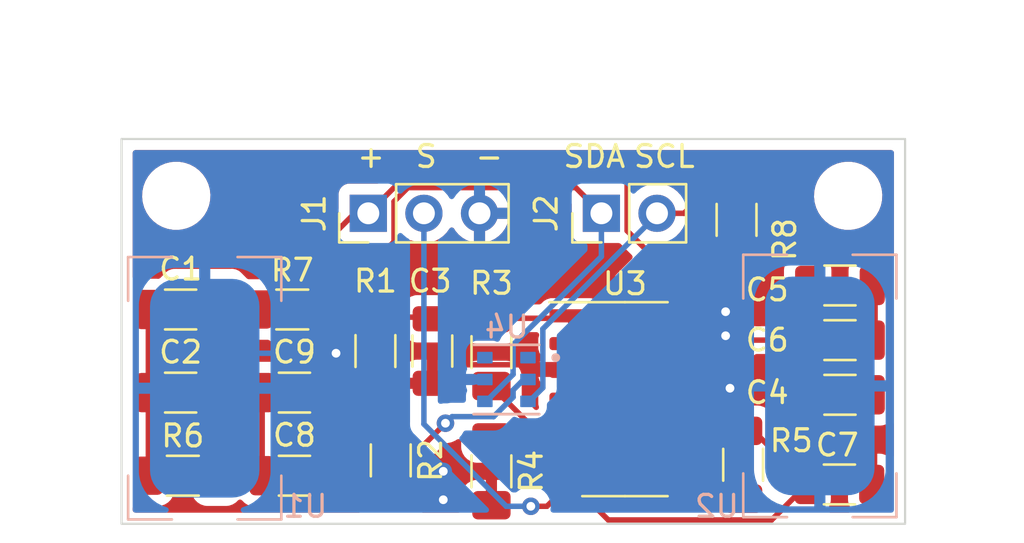
<source format=kicad_pcb>
(kicad_pcb (version 20211014) (generator pcbnew)
  (layers (0 "F.Cu" signal) (31 "B.Cu" signal) (34 "B.Paste" user) (35 "F.Paste" user) (36 "B.SilkS" user "B.Silkscreen") (37 "F.SilkS" user "F.Silkscreen") (38 "B.Mask" user) (39 "F.Mask" user) (44 "Edge.Cuts" user))
  (net 0 "")
  (net 1 "+3V3")
  (net 2 "GND")
  (net 3 "Net-(C4-Pad1)")
  (net 4 "Net-(C7-Pad1)")
  (net 5 "Net-(R3-Pad1)")
  (net 6 "Net-(R4-Pad1)")
  (net 7 "Net-(C8-Pad1)")
  (net 8 "Net-(J2-Pad1)")
  (net 9 "Net-(J2-Pad2)")
  (footprint "Capacitor_SMD:C_1206_3216Metric" (layer "F.Cu") (at 157.825 99.1)
    (fp_text reference "C5" (at -3.325 0.2) (layer "F.SilkS"))
    (fp_text value "47u")
    (fp_line (start -0.711252 -0.91) (end 0.711252 -0.91) (layer "F.SilkS") (width 0.12))
    (fp_line (start -0.711252 0.91) (end 0.711252 0.91) (layer "F.SilkS") (width 0.12))
    (pad "1" smd roundrect (at -1.475 0) (size 1.15 1.8) (layers "F.Cu" "F.Paste" "F.Mask") (roundrect_rratio 0.2173913043) (net 3 "Net-(C4-Pad1)"))
    (pad "2" smd roundrect (at 1.475 0) (size 1.15 1.8) (layers "F.Cu" "F.Paste" "F.Mask") (roundrect_rratio 0.2173913043) (net 2 "GND"))
  )
  (footprint "Resistor_SMD:R_1206_3216Metric_Pad1.30x1.75mm_HandSolder" (layer "F.Cu") (at 141.9 107.6 -90)
    (fp_text reference "R4" (at 0 -1.82 90) (layer "F.SilkS"))
    (fp_text value "2.4k")
    (fp_line (start -0.727064 0.91) (end 0.727064 0.91) (layer "F.SilkS") (width 0.12))
    (fp_line (start -0.727064 -0.91) (end 0.727064 -0.91) (layer "F.SilkS") (width 0.12))
    (pad "1" smd roundrect (at -1.55 0 270) (size 1.3 1.75) (layers "F.Cu" "F.Paste" "F.Mask") (roundrect_rratio 0.1923076923) (net 6 "Net-(R4-Pad1)"))
    (pad "2" smd roundrect (at 1.55 0 270) (size 1.3 1.75) (layers "F.Cu" "F.Paste" "F.Mask") (roundrect_rratio 0.1923076923) (net 2 "GND"))
  )
  (footprint "Resistor_SMD:R_1206_3216Metric_Pad1.30x1.75mm_HandSolder" (layer "F.Cu") (at 153.4 107.3 -90)
    (fp_text reference "R5" (at -1.1 -2.2) (layer "F.SilkS"))
    (fp_text value "1k")
    (fp_line (start -0.727064 0.91) (end 0.727064 0.91) (layer "F.SilkS") (width 0.12))
    (fp_line (start -0.727064 -0.91) (end 0.727064 -0.91) (layer "F.SilkS") (width 0.12))
    (pad "1" smd roundrect (at -1.55 0 270) (size 1.3 1.75) (layers "F.Cu" "F.Paste" "F.Mask") (roundrect_rratio 0.1923076923) (net 4 "Net-(C7-Pad1)"))
    (pad "2" smd roundrect (at 1.55 0 270) (size 1.3 1.75) (layers "F.Cu" "F.Paste" "F.Mask") (roundrect_rratio 0.1923076923) (net 6 "Net-(R4-Pad1)"))
  )
  (footprint "Resistor_SMD:R_1206_3216Metric_Pad1.30x1.75mm_HandSolder" (layer "F.Cu") (at 127.8 107.8)
    (fp_text reference "R6" (at 0 -1.82) (layer "F.SilkS"))
    (fp_text value "220")
    (fp_line (start -0.727064 -0.91) (end 0.727064 -0.91) (layer "F.SilkS") (width 0.12))
    (fp_line (start -0.727064 0.91) (end 0.727064 0.91) (layer "F.SilkS") (width 0.12))
    (pad "1" smd roundrect (at -1.55 0) (size 1.3 1.75) (layers "F.Cu" "F.Paste" "F.Mask") (roundrect_rratio 0.1923076923) (net 1 "+3V3"))
    (pad "2" smd roundrect (at 1.55 0) (size 1.3 1.75) (layers "F.Cu" "F.Paste" "F.Mask") (roundrect_rratio 0.1923076923) (net 7 "Net-(C8-Pad1)"))
  )
  (footprint "MountingHole:MountingHole_2.1mm" (layer "F.Cu") (at 158.2 95)
    (fp_text reference "REF" hide)
    (fp_text value "MountingHole_2.1mm")
    (pad "" np_thru_hole circle (at 0 0) (size 2.1 2.1) (drill 2.1) (layers *.Cu *.Mask))
  )
  (footprint "Connector_PinHeader_2.54mm:PinHeader_1x03_P2.54mm_Vertical" (layer "F.Cu") (at 136.275 95.8 90)
    (fp_text reference "J1" (at 0 -2.475 90) (layer "F.SilkS"))
    (fp_text value "Conn_01x03")
    (fp_line (start -1.33 1.27) (end -1.33 6.41) (layer "F.SilkS") (width 0.12))
    (fp_line (start -1.33 0) (end -1.33 -1.33) (layer "F.SilkS") (width 0.12))
    (fp_line (start -1.33 -1.33) (end 0 -1.33) (layer "F.SilkS") (width 0.12))
    (fp_line (start -1.33 1.27) (end 1.33 1.27) (layer "F.SilkS") (width 0.12))
    (fp_line (start 1.33 1.27) (end 1.33 6.41) (layer "F.SilkS") (width 0.12))
    (fp_line (start -1.33 6.41) (end 1.33 6.41) (layer "F.SilkS") (width 0.12))
    (pad "1" thru_hole rect (at 0 0 90) (size 1.7 1.7) (drill 1) (layers *.Cu *.Mask) (net 1 "+3V3"))
    (pad "2" thru_hole oval (at 0 2.54 90) (size 1.7 1.7) (drill 1) (layers *.Cu *.Mask) (net 4 "Net-(C7-Pad1)"))
    (pad "3" thru_hole oval (at 0 5.08 90) (size 1.7 1.7) (drill 1) (layers *.Cu *.Mask) (net 2 "GND"))
  )
  (footprint "Resistor_SMD:R_1206_3216Metric_Pad1.30x1.75mm_HandSolder" (layer "F.Cu") (at 137.3 107.1 -90)
    (fp_text reference "R2" (at 0 -1.82 90) (layer "F.SilkS"))
    (fp_text value "1M")
    (fp_line (start -0.727064 -0.91) (end 0.727064 -0.91) (layer "F.SilkS") (width 0.12))
    (fp_line (start -0.727064 0.91) (end 0.727064 0.91) (layer "F.SilkS") (width 0.12))
    (pad "1" smd roundrect (at -1.55 0 270) (size 1.3 1.75) (layers "F.Cu" "F.Paste" "F.Mask") (roundrect_rratio 0.1923076923) (net 2 "GND"))
    (pad "2" smd roundrect (at 1.55 0 270) (size 1.3 1.75) (layers "F.Cu" "F.Paste" "F.Mask") (roundrect_rratio 0.1923076923) (net 2 "GND"))
  )
  (footprint "MountingHole:MountingHole_2.1mm" (layer "F.Cu") (at 127.5 95)
    (fp_text reference "REF**" hide)
    (fp_text value "MountingHole_2.1mm")
    (pad "" np_thru_hole circle (at 0 0) (size 2.1 2.1) (drill 2.1) (layers *.Cu *.Mask))
  )
  (footprint "Capacitor_SMD:C_1206_3216Metric" (layer "F.Cu") (at 157.8 108.2)
    (fp_text reference "C7" (at -0.1 -1.8) (layer "F.SilkS"))
    (fp_text value "100n")
    (fp_line (start -0.711252 -0.91) (end 0.711252 -0.91) (layer "F.SilkS") (width 0.12))
    (fp_line (start -0.711252 0.91) (end 0.711252 0.91) (layer "F.SilkS") (width 0.12))
    (pad "1" smd roundrect (at -1.475 0) (size 1.15 1.8) (layers "F.Cu" "F.Paste" "F.Mask") (roundrect_rratio 0.2173913043) (net 4 "Net-(C7-Pad1)"))
    (pad "2" smd roundrect (at 1.475 0) (size 1.15 1.8) (layers "F.Cu" "F.Paste" "F.Mask") (roundrect_rratio 0.2173913043) (net 2 "GND"))
  )
  (footprint "Capacitor_SMD:C_1206_3216Metric" (layer "F.Cu") (at 127.7 104)
    (fp_text reference "C2" (at 0 -1.85) (layer "F.SilkS"))
    (fp_text value "1n")
    (fp_line (start -0.711252 0.91) (end 0.711252 0.91) (layer "F.SilkS") (width 0.12))
    (fp_line (start -0.711252 -0.91) (end 0.711252 -0.91) (layer "F.SilkS") (width 0.12))
    (pad "1" smd roundrect (at -1.475 0) (size 1.15 1.8) (layers "F.Cu" "F.Paste" "F.Mask") (roundrect_rratio 0.2173913043) (net 1 "+3V3"))
    (pad "2" smd roundrect (at 1.475 0) (size 1.15 1.8) (layers "F.Cu" "F.Paste" "F.Mask") (roundrect_rratio 0.2173913043) (net 2 "GND"))
  )
  (footprint "Capacitor_SMD:C_1206_3216Metric" (layer "F.Cu") (at 132.9 107.8)
    (fp_text reference "C8" (at 0 -1.85) (layer "F.SilkS"))
    (fp_text value "10uF")
    (fp_line (start -0.711252 -0.91) (end 0.711252 -0.91) (layer "F.SilkS") (width 0.12))
    (fp_line (start -0.711252 0.91) (end 0.711252 0.91) (layer "F.SilkS") (width 0.12))
    (pad "1" smd roundrect (at -1.475 0) (size 1.15 1.8) (layers "F.Cu" "F.Paste" "F.Mask") (roundrect_rratio 0.2173913043) (net 7 "Net-(C8-Pad1)"))
    (pad "2" smd roundrect (at 1.475 0) (size 1.15 1.8) (layers "F.Cu" "F.Paste" "F.Mask") (roundrect_rratio 0.2173913043) (net 2 "GND"))
  )
  (footprint "Capacitor_SMD:C_1206_3216Metric" (layer "F.Cu") (at 157.825 101.6)
    (fp_text reference "C6" (at -3.325 0) (layer "F.SilkS"))
    (fp_text value "1u")
    (fp_line (start -0.711252 -0.91) (end 0.711252 -0.91) (layer "F.SilkS") (width 0.12))
    (fp_line (start -0.711252 0.91) (end 0.711252 0.91) (layer "F.SilkS") (width 0.12))
    (pad "1" smd roundrect (at -1.475 0) (size 1.15 1.8) (layers "F.Cu" "F.Paste" "F.Mask") (roundrect_rratio 0.2173913043) (net 3 "Net-(C4-Pad1)"))
    (pad "2" smd roundrect (at 1.475 0) (size 1.15 1.8) (layers "F.Cu" "F.Paste" "F.Mask") (roundrect_rratio 0.2173913043) (net 2 "GND"))
  )
  (footprint "Capacitor_SMD:C_1206_3216Metric" (layer "F.Cu") (at 132.9 104)
    (fp_text reference "C9" (at 0 -1.85) (layer "F.SilkS"))
    (fp_text value "0.1uF")
    (fp_line (start -0.711252 -0.91) (end 0.711252 -0.91) (layer "F.SilkS") (width 0.12))
    (fp_line (start -0.711252 0.91) (end 0.711252 0.91) (layer "F.SilkS") (width 0.12))
    (pad "1" smd roundrect (at -1.475 0) (size 1.15 1.8) (layers "F.Cu" "F.Paste" "F.Mask") (roundrect_rratio 0.2173913043) (net 7 "Net-(C8-Pad1)"))
    (pad "2" smd roundrect (at 1.475 0) (size 1.15 1.8) (layers "F.Cu" "F.Paste" "F.Mask") (roundrect_rratio 0.2173913043) (net 2 "GND"))
  )
  (footprint "Package_SO:SOIC-14_3.9x8.7mm_P1.27mm" (layer "F.Cu") (at 148 104.3)
    (fp_text reference "U3" (at 0 -5.28) (layer "F.SilkS"))
    (fp_text value "LM324")
    (fp_line (start 0 -4.435) (end 1.95 -4.435) (layer "F.SilkS") (width 0.12))
    (fp_line (start 0 4.435) (end -1.95 4.435) (layer "F.SilkS") (width 0.12))
    (fp_line (start 0 -4.435) (end -3.45 -4.435) (layer "F.SilkS") (width 0.12))
    (fp_line (start 0 4.435) (end 1.95 4.435) (layer "F.SilkS") (width 0.12))
    (pad "1" smd roundrect (at -2.475 -3.81) (size 1.95 0.6) (layers "F.Cu" "F.Paste" "F.Mask") (net 5 "Net-(R3-Pad1)"))
    (pad "2" smd roundrect (at -2.475 -2.54) (size 1.95 0.6) (layers "F.Cu" "F.Paste" "F.Mask") (net 5 "Net-(R3-Pad1)"))
    (pad "3" smd roundrect (at -2.475 -1.27) (size 1.95 0.6) (layers "F.Cu" "F.Paste" "F.Mask") (net 2 "GND"))
    (pad "4" smd roundrect (at -2.475 0) (size 1.95 0.6) (layers "F.Cu" "F.Paste" "F.Mask") (net 1 "+3V3"))
    (pad "5" smd roundrect (at -2.475 1.27) (size 1.95 0.6) (layers "F.Cu" "F.Paste" "F.Mask") (net 3 "Net-(C4-Pad1)"))
    (pad "6" smd roundrect (at -2.475 2.54) (size 1.95 0.6) (layers "F.Cu" "F.Paste" "F.Mask") (net 6 "Net-(R4-Pad1)"))
    (pad "7" smd roundrect (at -2.475 3.81) (size 1.95 0.6) (layers "F.Cu" "F.Paste" "F.Mask") (net 4 "Net-(C7-Pad1)"))
    (pad "8" smd roundrect (at 2.475 3.81) (size 1.95 0.6) (layers "F.Cu" "F.Paste" "F.Mask"))
    (pad "9" smd roundrect (at 2.475 2.54) (size 1.95 0.6) (layers "F.Cu" "F.Paste" "F.Mask"))
    (pad "10" smd roundrect (at 2.475 1.27) (size 1.95 0.6) (layers "F.Cu" "F.Paste" "F.Mask"))
    (pad "11" smd roundrect (at 2.475 0) (size 1.95 0.6) (layers "F.Cu" "F.Paste" "F.Mask") (net 2 "GND"))
    (pad "12" smd roundrect (at 2.475 -1.27) (size 1.95 0.6) (layers "F.Cu" "F.Paste" "F.Mask"))
    (pad "13" smd roundrect (at 2.475 -2.54) (size 1.95 0.6) (layers "F.Cu" "F.Paste" "F.Mask"))
    (pad "14" smd roundrect (at 2.475 -3.81) (size 1.95 0.6) (layers "F.Cu" "F.Paste" "F.Mask"))
  )
  (footprint "Connector_PinHeader_2.54mm:PinHeader_1x02_P2.54mm_Vertical" (layer "F.Cu") (at 146.925 95.8 90)
    (fp_text reference "J2" (at 0 -2.525 90) (layer "F.SilkS"))
    (fp_text value "Conn_01x02")
    (fp_line (start -1.33 1.27) (end 1.33 1.27) (layer "F.SilkS") (width 0.12))
    (fp_line (start -1.33 -1.33) (end 0 -1.33) (layer "F.SilkS") (width 0.12))
    (fp_line (start 1.33 1.27) (end 1.33 3.87) (layer "F.SilkS") (width 0.12))
    (fp_line (start -1.33 1.27) (end -1.33 3.87) (layer "F.SilkS") (width 0.12))
    (fp_line (start -1.33 0) (end -1.33 -1.33) (layer "F.SilkS") (width 0.12))
    (fp_line (start -1.33 3.87) (end 1.33 3.87) (layer "F.SilkS") (width 0.12))
    (pad "1" thru_hole rect (at 0 0 90) (size 1.7 1.7) (drill 1) (layers *.Cu *.Mask) (net 8 "Net-(J2-Pad1)"))
    (pad "2" thru_hole oval (at 0 2.54 90) (size 1.7 1.7) (drill 1) (layers *.Cu *.Mask) (net 9 "Net-(J2-Pad2)"))
  )
  (footprint "Resistor_SMD:R_1206_3216Metric_Pad1.30x1.75mm_HandSolder" (layer "F.Cu") (at 132.8 100.2 180)
    (fp_text reference "R7" (at 0 1.8) (layer "F.SilkS"))
    (fp_text value "10k")
    (fp_line (start -0.727064 0.91) (end 0.727064 0.91) (layer "F.SilkS") (width 0.12))
    (fp_line (start -0.727064 -0.91) (end 0.727064 -0.91) (layer "F.SilkS") (width 0.12))
    (pad "1" smd roundrect (at -1.55 0 180) (size 1.3 1.75) (layers "F.Cu" "F.Paste" "F.Mask") (roundrect_rratio 0.1923076923) (net 8 "Net-(J2-Pad1)"))
    (pad "2" smd roundrect (at 1.55 0 180) (size 1.3 1.75) (layers "F.Cu" "F.Paste" "F.Mask") (roundrect_rratio 0.1923076923) (net 1 "+3V3"))
  )
  (footprint "Resistor_SMD:R_1206_3216Metric_Pad1.30x1.75mm_HandSolder" (layer "F.Cu") (at 141.9 102.15 -90)
    (fp_text reference "R3" (at -3.15 0 180) (layer "F.SilkS"))
    (fp_text value "1k")
    (fp_line (start -0.727064 -0.91) (end 0.727064 -0.91) (layer "F.SilkS") (width 0.12))
    (fp_line (start -0.727064 0.91) (end 0.727064 0.91) (layer "F.SilkS") (width 0.12))
    (pad "1" smd roundrect (at -1.55 0 270) (size 1.3 1.75) (layers "F.Cu" "F.Paste" "F.Mask") (roundrect_rratio 0.1923076923) (net 5 "Net-(R3-Pad1)"))
    (pad "2" smd roundrect (at 1.55 0 270) (size 1.3 1.75) (layers "F.Cu" "F.Paste" "F.Mask") (roundrect_rratio 0.1923076923) (net 3 "Net-(C4-Pad1)"))
  )
  (footprint "Capacitor_SMD:C_1206_3216Metric" (layer "F.Cu") (at 157.825 104.1 180)
    (fp_text reference "C4" (at 3.325 0.1) (layer "F.SilkS"))
    (fp_text value "100u")
    (fp_line (start -0.711252 0.91) (end 0.711252 0.91) (layer "F.SilkS") (width 0.12))
    (fp_line (start -0.711252 -0.91) (end 0.711252 -0.91) (layer "F.SilkS") (width 0.12))
    (pad "1" smd roundrect (at -1.475 0 180) (size 1.15 1.8) (layers "F.Cu" "F.Paste" "F.Mask") (roundrect_rratio 0.2173913043) (net 3 "Net-(C4-Pad1)"))
    (pad "2" smd roundrect (at 1.475 0 180) (size 1.15 1.8) (layers "F.Cu" "F.Paste" "F.Mask") (roundrect_rratio 0.2173913043) (net 2 "GND"))
  )
  (footprint "Resistor_SMD:R_1206_3216Metric_Pad1.30x1.75mm_HandSolder" (layer "F.Cu") (at 153.1 96.1 -90)
    (fp_text reference "R8" (at 0.9 -2.2 90) (layer "F.SilkS"))
    (fp_text value "10k")
    (fp_line (start -0.727064 -0.91) (end 0.727064 -0.91) (layer "F.SilkS") (width 0.12))
    (fp_line (start -0.727064 0.91) (end 0.727064 0.91) (layer "F.SilkS") (width 0.12))
    (pad "1" smd roundrect (at -1.55 0 270) (size 1.3 1.75) (layers "F.Cu" "F.Paste" "F.Mask") (roundrect_rratio 0.1923076923) (net 9 "Net-(J2-Pad2)"))
    (pad "2" smd roundrect (at 1.55 0 270) (size 1.3 1.75) (layers "F.Cu" "F.Paste" "F.Mask") (roundrect_rratio 0.1923076923) (net 1 "+3V3"))
  )
  (footprint "Resistor_SMD:R_1206_3216Metric_Pad1.30x1.75mm_HandSolder" (layer "F.Cu") (at 136.6 102.1 -90)
    (fp_text reference "R1" (at -3.2 0) (layer "F.SilkS"))
    (fp_text value "1M")
    (fp_line (start -0.727064 0.91) (end 0.727064 0.91) (layer "F.SilkS") (width 0.12))
    (fp_line (start -0.727064 -0.91) (end 0.727064 -0.91) (layer "F.SilkS") (width 0.12))
    (pad "1" smd roundrect (at -1.55 0 270) (size 1.3 1.75) (layers "F.Cu" "F.Paste" "F.Mask") (roundrect_rratio 0.1923076923) (net 1 "+3V3"))
    (pad "2" smd roundrect (at 1.55 0 270) (size 1.3 1.75) (layers "F.Cu" "F.Paste" "F.Mask") (roundrect_rratio 0.1923076923) (net 2 "GND"))
  )
  (footprint "Capacitor_SMD:C_1206_3216Metric" (layer "F.Cu") (at 139.2 102.1 -90)
    (fp_text reference "C3" (at -3.2 0.1) (layer "F.SilkS"))
    (fp_text value "1u")
    (fp_line (start -0.711252 0.91) (end 0.711252 0.91) (layer "F.SilkS") (width 0.12))
    (fp_line (start -0.711252 -0.91) (end 0.711252 -0.91) (layer "F.SilkS") (width 0.12))
    (pad "1" smd roundrect (at -1.475 0 270) (size 1.15 1.8) (layers "F.Cu" "F.Paste" "F.Mask") (roundrect_rratio 0.2173913043) (net 1 "+3V3"))
    (pad "2" smd roundrect (at 1.475 0 270) (size 1.15 1.8) (layers "F.Cu" "F.Paste" "F.Mask") (roundrect_rratio 0.2173913043) (net 2 "GND"))
  )
  (footprint "Capacitor_SMD:C_1206_3216Metric" (layer "F.Cu") (at 127.7 100.2)
    (fp_text reference "C1" (at 0 -1.85) (layer "F.SilkS"))
    (fp_text value "100n")
    (fp_line (start -0.711252 0.91) (end 0.711252 0.91) (layer "F.SilkS") (width 0.12))
    (fp_line (start -0.711252 -0.91) (end 0.711252 -0.91) (layer "F.SilkS") (width 0.12))
    (pad "1" smd roundrect (at -1.475 0) (size 1.15 1.8) (layers "F.Cu" "F.Paste" "F.Mask") (roundrect_rratio 0.2173913043) (net 1 "+3V3"))
    (pad "2" smd roundrect (at 1.475 0) (size 1.15 1.8) (layers "F.Cu" "F.Paste" "F.Mask") (roundrect_rratio 0.2173913043) (net 2 "GND"))
  )
  (footprint "Temp_Sensor:PSON100P300X300X110-6N" (layer "B.Cu") (at 142.585 103.4 180)
    (fp_text reference "U4" (at -0.015 2.4) (layer "B.SilkS") (effects (justify mirror)))
    (fp_text value "AHT20")
    (fp_line (start 1.5 -1.585) (end -1.5 -1.585) (layer "B.SilkS") (width 0.127))
    (fp_line (start -1.5 1.585) (end 1.5 1.585) (layer "B.SilkS") (width 0.127))
    (fp_circle (center -2.255 1) (end -2.155 1) (layer "B.SilkS") (width 0.2) (fill none))
    (pad "1" smd roundrect (at -0.985 1 180) (size 0.71 0.53) (layers "B.Cu" "B.Paste" "B.Mask") (roundrect_rratio 0.07))
    (pad "2" smd roundrect (at -0.985 0 180) (size 0.71 0.53) (layers "B.Cu" "B.Paste" "B.Mask") (roundrect_rratio 0.07) (net 7 "Net-(C8-Pad1)"))
    (pad "3" smd roundrect (at -0.985 -1 180) (size 0.71 0.53) (layers "B.Cu" "B.Paste" "B.Mask") (roundrect_rratio 0.07) (net 9 "Net-(J2-Pad2)"))
    (pad "4" smd roundrect (at 0.985 -1 180) (size 0.71 0.53) (layers "B.Cu" "B.Paste" "B.Mask") (roundrect_rratio 0.07) (net 8 "Net-(J2-Pad1)"))
    (pad "5" smd roundrect (at 0.985 0 180) (size 0.71 0.53) (layers "B.Cu" "B.Paste" "B.Mask") (roundrect_rratio 0.07) (net 2 "GND"))
    (pad "6" smd roundrect (at 0.985 1 180) (size 0.71 0.53) (layers "B.Cu" "B.Paste" "B.Mask") (roundrect_rratio 0.07))
  )
  (footprint "Electrode:Electrode" (layer "B.Cu") (at 160.405 97.695 -90)
    (fp_text reference "U2" (at 11.505 8.205 unlocked) (layer "B.SilkS") (effects (justify mirror)))
    (fp_text value "Electrodes")
    (fp_line (start 0 0) (end 2 0) (layer "B.SilkS") (width 0.12))
    (fp_line (start 0 0) (end 0 2) (layer "B.SilkS") (width 0.12))
    (fp_line (start 10 7) (end 12 7) (layer "B.SilkS") (width 0.12))
    (fp_line (start 12 2) (end 12 0) (layer "B.SilkS") (width 0.12))
    (fp_line (start 12 7) (end 12 5) (layer "B.SilkS") (width 0.12))
    (fp_line (start 0 7) (end 2 7) (layer "B.SilkS") (width 0.12))
    (fp_line (start 0 5) (end 0 7) (layer "B.SilkS") (width 0.12))
    (fp_line (start 12 0) (end 10 0) (layer "B.SilkS") (width 0.12))
    (pad "1" smd roundrect (at 6 3.5 270) (size 10 5) (layers "B.Cu" "B.Paste" "B.Mask") (net 2 "GND"))
  )
  (footprint "Electrode:Electrode" (layer "B.Cu") (at 132.3 97.8 -90)
    (fp_text reference "U1" (at 11.4 -1.1 unlocked) (layer "B.SilkS") (effects (justify mirror)))
    (fp_text value "Electrodes")
    (fp_line (start 0 0) (end 0 2) (layer "B.SilkS") (width 0.12))
    (fp_line (start 12 2) (end 12 0) (layer "B.SilkS") (width 0.12))
    (fp_line (start 12 7) (end 12 5) (layer "B.SilkS") (width 0.12))
    (fp_line (start 12 0) (end 10 0) (layer "B.SilkS") (width 0.12))
    (fp_line (start 0 7) (end 2 7) (layer "B.SilkS") (width 0.12))
    (fp_line (start 10 7) (end 12 7) (layer "B.SilkS") (width 0.12))
    (fp_line (start 0 5) (end 0 7) (layer "B.SilkS") (width 0.12))
    (fp_line (start 0 0) (end 2 0) (layer "B.SilkS") (width 0.12))
    (pad "1" smd roundrect (at 6 3.5 270) (size 10 5) (layers "B.Cu" "B.Paste" "B.Mask") (net 2 "GND"))
  )
  (gr_rect (start 125 110) (end 160.8 92.4) (layer "Edge.Cuts") (width 0.1) (fill none))
  (gr_text "S" (at 138.92 93.2) (layer "F.SilkS") (effects (font (size 1 1))))
  (gr_text "SCL\n" (at 149.8 93.2) (layer "F.SilkS") (effects (font (size 1 1))))
  (gr_text "+" (at 136.4 93.2) (layer "F.SilkS") (effects (font (size 1 1))))
  (gr_text "SDA" (at 146.6 93.2) (layer "F.SilkS") (effects (font (size 1 1))))
  (gr_text "-" (at 141.8 93.2) (layer "F.SilkS") (effects (font (size 1 1))))
  (segment (start 139.125 100.55) (end 139.2 100.625) (width 0.25) (layer "F.Cu") (net 1))
  (segment (start 147.749022 94) (end 148.099511 94.350489) (width 0.25) (layer "F.Cu") (net 1))
  (segment (start 148.1 102.101072) (end 145.901072 104.3) (width 0.25) (layer "F.Cu") (net 1))
  (segment (start 138.075 94) (end 147.749022 94) (width 0.25) (layer "F.Cu") (net 1))
  (segment (start 149.15 97.65) (end 149.45 97.65) (width 0.25) (layer "F.Cu") (net 1))
  (segment (start 149.45 97.65) (end 148.1 99) (width 0.25) (layer "F.Cu") (net 1))
  (segment (start 145.901072 104.3) (end 145.525 104.3) (width 0.25) (layer "F.Cu") (net 1))
  (segment (start 126.225 100.2) (end 126.225 104) (width 0.25) (layer "F.Cu") (net 1))
  (segment (start 131.25 100.2) (end 132.44952 101.39952) (width 0.25) (layer "F.Cu") (net 1))
  (segment (start 127.44952 98.97548) (end 126.225 100.2) (width 0.25) (layer "F.Cu") (net 1))
  (segment (start 126.225 107.775) (end 126.25 107.8) (width 0.25) (layer "F.Cu") (net 1))
  (segment (start 148.099511 94.350489) (end 148.099511 96.599511) (width 0.25) (layer "F.Cu") (net 1))
  (segment (start 149.45 97.65) (end 153.1 97.65) (width 0.25) (layer "F.Cu") (net 1))
  (segment (start 135.65 95.8) (end 131.25 100.2) (width 0.25) (layer "F.Cu") (net 1))
  (segment (start 131.25 100.2) (end 130.02548 98.97548) (width 0.25) (layer "F.Cu") (net 1))
  (segment (start 136.275 95.8) (end 135.65 95.8) (width 0.25) (layer "F.Cu") (net 1))
  (segment (start 126.225 104) (end 126.225 107.775) (width 0.25) (layer "F.Cu") (net 1))
  (segment (start 136.275 95.8) (end 138.075 94) (width 0.25) (layer "F.Cu") (net 1))
  (segment (start 132.44952 101.39952) (end 135.75048 101.39952) (width 0.25) (layer "F.Cu") (net 1))
  (segment (start 148.099511 96.599511) (end 149.15 97.65) (width 0.25) (layer "F.Cu") (net 1))
  (segment (start 130.02548 98.97548) (end 127.44952 98.97548) (width 0.25) (layer "F.Cu") (net 1))
  (segment (start 136.6 100.55) (end 139.125 100.55) (width 0.25) (layer "F.Cu") (net 1))
  (segment (start 135.75048 101.39952) (end 136.6 100.55) (width 0.25) (layer "F.Cu") (net 1))
  (segment (start 148.1 99) (end 148.1 102.101072) (width 0.25) (layer "F.Cu") (net 1))
  (segment (start 159.375 108.375) (end 159.35 108.4) (width 0.25) (layer "F.Cu") (net 2))
  (segment (start 159.275 108.2) (end 159.275 108.475) (width 0.25) (layer "F.Cu") (net 2))
  (segment (start 136.6 103.65) (end 136.25 103.65) (width 0.25) (layer "F.Cu") (net 2))
  (segment (start 145.525 103.03) (end 145.22048 102.72548) (width 0.25) (layer "F.Cu") (net 2))
  (segment (start 136.25 103.65) (end 134.8 102.2) (width 0.25) (layer "F.Cu") (net 2))
  (segment (start 159.325 99.775) (end 159.3 99.8) (width 0.25) (layer "F.Cu") (net 2))
  (segment (start 145.22048 102.72548) (end 140.04952 102.72548) (width 0.25) (layer "F.Cu") (net 2))
  (segment (start 140.04952 102.72548) (end 139.2 103.575) (width 0.25) (layer "F.Cu") (net 2))
  (segment (start 136.6 103.65) (end 139.125 103.65) (width 0.25) (layer "F.Cu") (net 2))
  (segment (start 139.125 103.65) (end 139.2 103.575) (width 0.25) (layer "F.Cu") (net 2))
  (segment (start 136.6 103.65) (end 136.6 105.65) (width 0.25) (layer "F.Cu") (net 2))
  (via (at 152.6 101.4) (size 0.8) (drill 0.4) (layers "F.Cu" "B.Cu") (net 2))
  (via (at 134.8 102.2) (size 0.8) (drill 0.4) (layers "F.Cu" "B.Cu") (net 2))
  (via (at 139.7 107.6) (size 0.8) (drill 0.4) (layers "F.Cu" "B.Cu") (net 2))
  (via (at 152.8 103.8) (size 0.8) (drill 0.4) (layers "F.Cu" "B.Cu") (net 2))
  (via (at 152.6 100.3) (size 0.8) (drill 0.4) (layers "F.Cu" "B.Cu") (net 2))
  (via (at 139.7 108.9) (size 0.8) (drill 0.4) (layers "F.Cu" "B.Cu") (net 2))
  (segment (start 130.4 102.2) (end 128.8 103.8) (width 0.25) (layer "B.Cu") (net 2))
  (segment (start 134.8 102.2) (end 130.4 102.2) (width 0.25) (layer "B.Cu") (net 2))
  (segment (start 156.35 102.4) (end 156.35 99.8) (width 0.25) (layer "F.Cu") (net 3))
  (segment (start 141.9 103.7) (end 143.77 105.57) (width 0.25) (layer "F.Cu") (net 3))
  (segment (start 158.85 104.1) (end 156.35 101.6) (width 0.25) (layer "F.Cu") (net 3))
  (segment (start 151.877987 103.422013) (end 153.7 101.6) (width 0.25) (layer "F.Cu") (net 3))
  (segment (start 145.525 105.57) (end 145.901072 105.57) (width 0.25) (layer "F.Cu") (net 3))
  (segment (start 151.877987 108.73452) (end 151.877987 103.422013) (width 0.25) (layer "F.Cu") (net 3))
  (segment (start 153.7 101.6) (end 156.35 101.6) (width 0.25) (layer "F.Cu") (net 3))
  (segment (start 156.35 102.4) (end 156.8 102.4) (width 0.25) (layer "F.Cu") (net 3))
  (segment (start 149.065592 108.73452) (end 151.877987 108.73452) (width 0.25) (layer "F.Cu") (net 3))
  (segment (start 159.3 104.1) (end 158.85 104.1) (width 0.25) (layer "F.Cu") (net 3))
  (segment (start 143.77 105.57) (end 145.525 105.57) (width 0.25) (layer "F.Cu") (net 3))
  (segment (start 145.901072 105.57) (end 149.065592 108.73452) (width 0.25) (layer "F.Cu") (net 3))
  (segment (start 153.875 105.75) (end 156.325 108.2) (width 0.25) (layer "F.Cu") (net 4))
  (segment (start 143.7 109.2) (end 144.435 109.2) (width 0.25) (layer "F.Cu") (net 4))
  (segment (start 156.325 108.2) (end 154.70048 109.82452) (width 0.25) (layer "F.Cu") (net 4))
  (segment (start 153.4 105.75) (end 153.875 105.75) (width 0.25) (layer "F.Cu") (net 4))
  (segment (start 147.23952 109.82452) (end 145.525 108.11) (width 0.25) (layer "F.Cu") (net 4))
  (segment (start 144.435 109.2) (end 145.525 108.11) (width 0.25) (layer "F.Cu") (net 4))
  (segment (start 154.70048 109.82452) (end 147.23952 109.82452) (width 0.25) (layer "F.Cu") (net 4))
  (via (at 143.7 109.2) (size 0.8) (drill 0.4) (layers "F.Cu" "B.Cu") (net 4))
  (segment (start 138.815 95.8) (end 138.815 105.439614) (width 0.25) (layer "B.Cu") (net 4))
  (segment (start 142.575386 109.2) (end 143.7 109.2) (width 0.25) (layer "B.Cu") (net 4))
  (segment (start 138.815 105.439614) (end 142.575386 109.2) (width 0.25) (layer "B.Cu") (net 4))
  (segment (start 145.415 100.6) (end 145.525 100.49) (width 0.25) (layer "F.Cu") (net 5))
  (segment (start 145.525 100.49) (end 145.525 101.76) (width 0.25) (layer "F.Cu") (net 5))
  (segment (start 141.9 100.6) (end 145.415 100.6) (width 0.25) (layer "F.Cu") (net 5))
  (segment (start 142.69 106.84) (end 145.525 106.84) (width 0.25) (layer "F.Cu") (net 6))
  (segment (start 146.04 106.84) (end 148.38404 109.18404) (width 0.25) (layer "F.Cu") (net 6))
  (segment (start 145.525 106.84) (end 146.04 106.84) (width 0.25) (layer "F.Cu") (net 6))
  (segment (start 153.4 108.85) (end 153.06596 109.18404) (width 0.25) (layer "F.Cu") (net 6))
  (segment (start 141.9 106.05) (end 142.69 106.84) (width 0.25) (layer "F.Cu") (net 6))
  (segment (start 153.06596 109.18404) (end 148.38404 109.18404) (width 0.25) (layer "F.Cu") (net 6))
  (segment (start 139.8 105.4) (end 138.67548 106.52452) (width 0.25) (layer "F.Cu") (net 7))
  (segment (start 131.425 104) (end 131.425 107.8) (width 0.25) (layer "F.Cu") (net 7))
  (segment (start 138.67548 106.52452) (end 132.70048 106.52452) (width 0.25) (layer "F.Cu") (net 7))
  (segment (start 129.35 107.8) (end 131.425 107.8) (width 0.25) (layer "F.Cu") (net 7))
  (segment (start 132.70048 106.52452) (end 131.425 107.8) (width 0.25) (layer "F.Cu") (net 7))
  (via (at 139.8 105.4) (size 0.8) (drill 0.4) (layers "F.Cu" "B.Cu") (net 7))
  (segment (start 142.89048 103.884698) (end 143.375178 103.4) (width 0.25) (layer "B.Cu") (net 7))
  (segment (start 142.89048 104.20952) (end 142.89048 103.884698) (width 0.25) (layer "B.Cu") (net 7))
  (segment (start 140.1 105.1) (end 142 105.1) (width 0.25) (layer "B.Cu") (net 7))
  (segment (start 139.8 105.4) (end 140.1 105.1) (width 0.25) (layer "B.Cu") (net 7))
  (segment (start 142 105.1) (end 142.89048 104.20952) (width 0.25) (layer "B.Cu") (net 7))
  (segment (start 143.375178 103.4) (end 143.57 103.4) (width 0.25) (layer "B.Cu") (net 7))
  (segment (start 145.750489 94.625489) (end 138.085229 94.625489) (width 0.25) (layer "F.Cu") (net 8))
  (segment (start 138.085229 94.625489) (end 137.449511 95.261207) (width 0.25) (layer "F.Cu") (net 8))
  (segment (start 137.449511 97.100489) (end 134.35 100.2) (width 0.25) (layer "F.Cu") (net 8))
  (segment (start 137.449511 95.261207) (end 137.449511 97.100489) (width 0.25) (layer "F.Cu") (net 8))
  (segment (start 146.925 95.8) (end 145.750489 94.625489) (width 0.25) (layer "F.Cu") (net 8))
  (segment (start 141.657207 104.4) (end 142.89048 103.166727) (width 0.25) (layer "B.Cu") (net 8))
  (segment (start 142.89048 101.80952) (end 146.925 97.775) (width 0.25) (layer "B.Cu") (net 8))
  (segment (start 142.89048 103.166727) (end 142.89048 101.80952) (width 0.25) (layer "B.Cu") (net 8))
  (segment (start 146.925 97.775) (end 146.925 95.8) (width 0.25) (layer "B.Cu") (net 8))
  (segment (start 141.6 104.4) (end 141.657207 104.4) (width 0.25) (layer "B.Cu") (net 8))
  (segment (start 150.7 95.8) (end 149.465 95.8) (width 0.25) (layer "F.Cu") (net 9))
  (segment (start 153.1 94.55) (end 151.95 94.55) (width 0.25) (layer "F.Cu") (net 9))
  (segment (start 151.95 94.55) (end 150.7 95.8) (width 0.25) (layer "F.Cu") (net 9))
  (segment (start 143.627207 104.4) (end 143.57 104.4) (width 0.25) (layer "B.Cu") (net 9))
  (segment (start 149.465 95.8) (end 149.465 95.870718) (width 0.25) (layer "B.Cu") (net 9))
  (segment (start 149.465 95.870718) (end 144.24952 101.086198) (width 0.25) (layer "B.Cu") (net 9))
  (segment (start 144.24952 101.086198) (end 144.24952 103.777687) (width 0.25) (layer "B.Cu") (net 9))
  (segment (start 144.24952 103.777687) (end 143.627207 104.4) (width 0.25) (layer "B.Cu") (net 9))
  (zone (net 2) (net_name "GND") (layers F&B.Cu) (connect_pads (clearance 0.508)) (min_thickness 0.254) (fill yes (thermal_gap 0.508) (thermal_bridge_width 0.508))
    (polygon (pts (xy 160.8 110) (xy 125 110) (xy 125 92.4) (xy 160.8 92.4)))
  )
)
</source>
